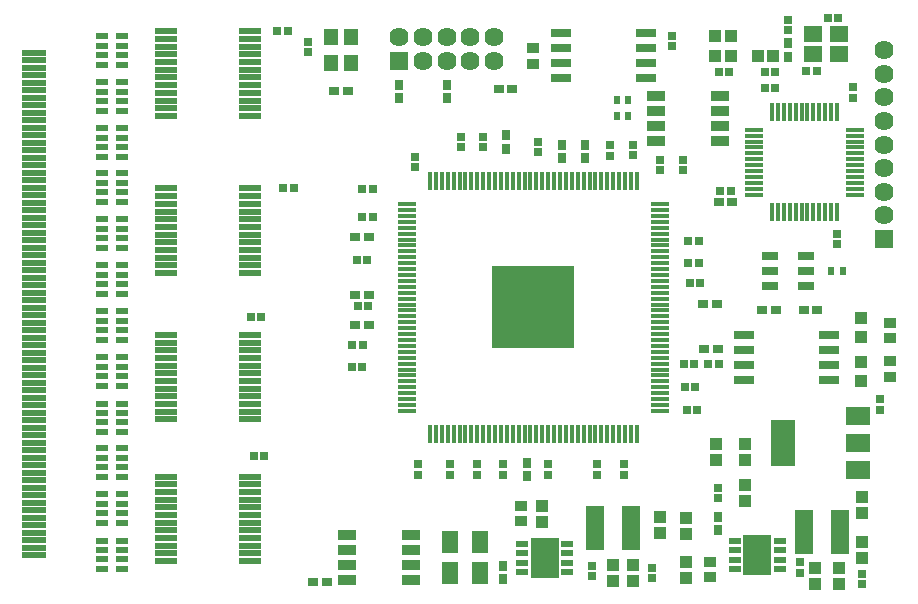
<source format=gts>
G04*
G04 #@! TF.GenerationSoftware,Altium Limited,Altium Designer,24.4.1 (13)*
G04*
G04 Layer_Color=8388736*
%FSLAX44Y44*%
%MOMM*%
G71*
G04*
G04 #@! TF.SameCoordinates,5027E0DA-7AC5-4DA1-8C9F-505C02323C3A*
G04*
G04*
G04 #@! TF.FilePolarity,Negative*
G04*
G01*
G75*
%ADD43R,0.7600X0.7200*%
%ADD44R,0.7200X0.7600*%
%ADD45R,1.1200X1.0200*%
%ADD46R,0.6200X0.7200*%
%ADD47R,1.4500X0.6500*%
%ADD48R,0.4200X1.5950*%
%ADD49R,1.5950X0.4200*%
%ADD50R,1.6450X0.8200*%
%ADD51R,1.0700X1.0200*%
%ADD52R,1.7700X0.7700*%
%ADD53R,0.8700X0.7200*%
%ADD54R,1.0700X0.9700*%
%ADD55R,1.0200X1.1200*%
%ADD56R,1.2200X1.4200*%
%ADD57R,6.9700X6.9700*%
%ADD58R,0.4000X1.5750*%
%ADD59R,1.5750X0.4000*%
%ADD60R,2.1200X1.6200*%
%ADD61R,2.1200X3.9200*%
%ADD62R,0.7200X0.8700*%
%ADD63R,1.6200X3.7200*%
%ADD64R,1.0700X0.4700*%
%ADD65R,2.4200X3.3500*%
%ADD66R,1.3500X1.9200*%
%ADD67R,1.0200X0.5700*%
%ADD68R,1.9200X0.5700*%
%ADD69R,2.1200X0.5000*%
%ADD70R,1.5200X1.3200*%
%ADD71C,1.6200*%
%ADD72R,1.6200X1.6200*%
D43*
X906000Y653400D02*
D03*
Y644600D02*
D03*
X762500Y583100D02*
D03*
Y591900D02*
D03*
X445000Y683100D02*
D03*
Y691900D02*
D03*
X639000Y598600D02*
D03*
Y607400D02*
D03*
X720000Y605000D02*
D03*
Y596200D02*
D03*
X742500Y583100D02*
D03*
Y591900D02*
D03*
X700000Y595600D02*
D03*
Y604400D02*
D03*
X929000Y389400D02*
D03*
Y380600D02*
D03*
X914000Y241400D02*
D03*
Y232600D02*
D03*
X861000Y242600D02*
D03*
Y251400D02*
D03*
X685000Y239600D02*
D03*
Y248400D02*
D03*
X736000Y246400D02*
D03*
Y237600D02*
D03*
X574000Y611400D02*
D03*
Y602600D02*
D03*
X712000Y334400D02*
D03*
Y325600D02*
D03*
X565000Y334400D02*
D03*
Y325600D02*
D03*
X535000Y594400D02*
D03*
Y585600D02*
D03*
X537500Y334400D02*
D03*
Y325600D02*
D03*
X647500Y334400D02*
D03*
Y325600D02*
D03*
X587500Y334400D02*
D03*
Y325600D02*
D03*
X593000Y602600D02*
D03*
Y611400D02*
D03*
X689000Y334400D02*
D03*
Y325600D02*
D03*
X610000Y334400D02*
D03*
Y325600D02*
D03*
X752500Y688100D02*
D03*
Y696900D02*
D03*
X792000Y314400D02*
D03*
Y305600D02*
D03*
X892500Y529400D02*
D03*
Y520600D02*
D03*
X851000Y701600D02*
D03*
Y710400D02*
D03*
D44*
X793600Y566000D02*
D03*
X802400D02*
D03*
X490600Y544000D02*
D03*
X499400D02*
D03*
X771400Y419000D02*
D03*
X762600D02*
D03*
X775400Y523000D02*
D03*
X766600D02*
D03*
X875400Y667000D02*
D03*
X866600D02*
D03*
X893400Y711750D02*
D03*
X884600D02*
D03*
X801400Y666000D02*
D03*
X792600D02*
D03*
X840400D02*
D03*
X831600D02*
D03*
X792400Y419000D02*
D03*
X783600D02*
D03*
X765600Y380000D02*
D03*
X774400D02*
D03*
X499400Y567500D02*
D03*
X490600D02*
D03*
X768100Y487500D02*
D03*
X776900D02*
D03*
X490400Y417000D02*
D03*
X481600D02*
D03*
X495400Y468000D02*
D03*
X486600D02*
D03*
X494900Y507000D02*
D03*
X486100D02*
D03*
X766600Y505000D02*
D03*
X775400D02*
D03*
X763600Y400000D02*
D03*
X772400D02*
D03*
X490900Y435000D02*
D03*
X482100D02*
D03*
X840400Y653000D02*
D03*
X831600D02*
D03*
X407400Y341000D02*
D03*
X398600D02*
D03*
X405000Y459000D02*
D03*
X396200D02*
D03*
X423600Y568000D02*
D03*
X432400D02*
D03*
X418600Y701000D02*
D03*
X427400D02*
D03*
D45*
X874000Y233250D02*
D03*
Y246750D02*
D03*
X894000D02*
D03*
Y233250D02*
D03*
X720000Y249250D02*
D03*
Y235750D02*
D03*
X702500Y249250D02*
D03*
Y235750D02*
D03*
X642500Y299250D02*
D03*
Y285750D02*
D03*
X790000Y338250D02*
D03*
Y351750D02*
D03*
X765000Y238250D02*
D03*
Y251750D02*
D03*
Y288750D02*
D03*
Y275250D02*
D03*
X742500Y289250D02*
D03*
Y275750D02*
D03*
X815000Y338250D02*
D03*
Y351750D02*
D03*
X914000Y255250D02*
D03*
Y268750D02*
D03*
Y306750D02*
D03*
Y293250D02*
D03*
X815000Y303250D02*
D03*
Y316750D02*
D03*
D46*
X897500Y497500D02*
D03*
X887500D02*
D03*
X706000Y643000D02*
D03*
X716000D02*
D03*
X706000Y629000D02*
D03*
X716000D02*
D03*
D47*
X835750Y485300D02*
D03*
Y498000D02*
D03*
Y510700D02*
D03*
X866250D02*
D03*
Y498000D02*
D03*
Y485300D02*
D03*
D48*
X892500Y632380D02*
D03*
X887500D02*
D03*
X882500D02*
D03*
X877500D02*
D03*
X872500D02*
D03*
X867500D02*
D03*
X862500D02*
D03*
X857500D02*
D03*
X852500D02*
D03*
X847500D02*
D03*
X842500D02*
D03*
X837500D02*
D03*
Y547620D02*
D03*
X842500D02*
D03*
X847500D02*
D03*
X852500D02*
D03*
X857500D02*
D03*
X862500D02*
D03*
X867500D02*
D03*
X872500D02*
D03*
X877500D02*
D03*
X882500D02*
D03*
X887500D02*
D03*
X892500D02*
D03*
D49*
X822620Y617500D02*
D03*
Y612500D02*
D03*
Y607500D02*
D03*
Y602500D02*
D03*
Y597500D02*
D03*
Y592500D02*
D03*
Y587500D02*
D03*
Y582500D02*
D03*
Y577500D02*
D03*
Y572500D02*
D03*
Y567500D02*
D03*
Y562500D02*
D03*
X907380D02*
D03*
Y567500D02*
D03*
Y572500D02*
D03*
Y577500D02*
D03*
Y582500D02*
D03*
Y587500D02*
D03*
Y592500D02*
D03*
Y597500D02*
D03*
Y602500D02*
D03*
Y607500D02*
D03*
Y612500D02*
D03*
Y617500D02*
D03*
D50*
X793120Y607950D02*
D03*
Y620650D02*
D03*
Y633350D02*
D03*
Y646050D02*
D03*
X738880D02*
D03*
Y633350D02*
D03*
Y620650D02*
D03*
Y607950D02*
D03*
X477880Y274050D02*
D03*
Y261350D02*
D03*
Y248650D02*
D03*
Y235950D02*
D03*
X532120D02*
D03*
Y248650D02*
D03*
Y261350D02*
D03*
Y274050D02*
D03*
D51*
X912500Y404500D02*
D03*
Y420500D02*
D03*
Y442000D02*
D03*
Y458000D02*
D03*
D52*
X814000Y444050D02*
D03*
Y431350D02*
D03*
Y418650D02*
D03*
Y405950D02*
D03*
X886000D02*
D03*
Y418650D02*
D03*
Y431350D02*
D03*
Y444050D02*
D03*
X659000Y660950D02*
D03*
Y673650D02*
D03*
Y686350D02*
D03*
Y699050D02*
D03*
X731000D02*
D03*
Y686350D02*
D03*
Y673650D02*
D03*
Y660950D02*
D03*
D53*
X790750Y470000D02*
D03*
X779250D02*
D03*
X606250Y652000D02*
D03*
X617750D02*
D03*
X478250Y650000D02*
D03*
X466750D02*
D03*
X780250Y432000D02*
D03*
X791750D02*
D03*
X829250Y465000D02*
D03*
X840750D02*
D03*
X875750D02*
D03*
X864250D02*
D03*
X460750Y235000D02*
D03*
X449250D02*
D03*
X803750Y556000D02*
D03*
X792250D02*
D03*
X484750Y478000D02*
D03*
X496250D02*
D03*
X484750Y452000D02*
D03*
X496250D02*
D03*
Y527000D02*
D03*
X484750D02*
D03*
D54*
X937500Y441000D02*
D03*
Y454000D02*
D03*
X785000Y251500D02*
D03*
Y238500D02*
D03*
X625000Y299000D02*
D03*
Y286000D02*
D03*
X937500Y421500D02*
D03*
Y408500D02*
D03*
X635000Y673500D02*
D03*
Y686500D02*
D03*
D55*
X802750Y680000D02*
D03*
X789250D02*
D03*
X825250D02*
D03*
X838750D02*
D03*
X789250Y697000D02*
D03*
X802750D02*
D03*
D56*
X464000Y696000D02*
D03*
X481000D02*
D03*
X464000Y674000D02*
D03*
X481000D02*
D03*
D57*
X635500Y467000D02*
D03*
D58*
X723000Y574380D02*
D03*
X718000D02*
D03*
X713000D02*
D03*
X708000D02*
D03*
X703000D02*
D03*
X698000D02*
D03*
X693000D02*
D03*
X683000D02*
D03*
X678000D02*
D03*
X673000D02*
D03*
X653000D02*
D03*
X648000D02*
D03*
X643000D02*
D03*
X688000D02*
D03*
X633000D02*
D03*
X638000D02*
D03*
X623000D02*
D03*
X628000D02*
D03*
X618000D02*
D03*
X613000D02*
D03*
X608000D02*
D03*
X668000D02*
D03*
X663000D02*
D03*
X658000D02*
D03*
X603000D02*
D03*
X598000D02*
D03*
X593000D02*
D03*
X588000D02*
D03*
X583000D02*
D03*
X578000D02*
D03*
X573000D02*
D03*
X568000D02*
D03*
X563000D02*
D03*
X558000D02*
D03*
X553000D02*
D03*
X548000D02*
D03*
X723000Y359620D02*
D03*
X718000D02*
D03*
X713000D02*
D03*
X708000D02*
D03*
X703000D02*
D03*
X698000D02*
D03*
X693000D02*
D03*
X688000D02*
D03*
X683000D02*
D03*
X678000D02*
D03*
X673000D02*
D03*
X668000D02*
D03*
X663000D02*
D03*
X658000D02*
D03*
X653000D02*
D03*
X648000D02*
D03*
X638000D02*
D03*
X643000D02*
D03*
X633000D02*
D03*
X628000D02*
D03*
X623000D02*
D03*
X618000D02*
D03*
X613000D02*
D03*
X608000D02*
D03*
X603000D02*
D03*
X598000D02*
D03*
X593000D02*
D03*
X588000D02*
D03*
X583000D02*
D03*
X578000D02*
D03*
X573000D02*
D03*
X568000D02*
D03*
X563000D02*
D03*
X558000D02*
D03*
X553000D02*
D03*
X548000D02*
D03*
D59*
X528120Y379500D02*
D03*
Y384500D02*
D03*
Y389500D02*
D03*
Y394500D02*
D03*
Y399500D02*
D03*
Y404500D02*
D03*
Y409500D02*
D03*
Y414500D02*
D03*
Y419500D02*
D03*
Y424500D02*
D03*
Y429500D02*
D03*
Y434500D02*
D03*
Y439500D02*
D03*
Y444500D02*
D03*
Y449500D02*
D03*
Y454500D02*
D03*
Y459500D02*
D03*
Y464500D02*
D03*
Y469500D02*
D03*
Y474500D02*
D03*
Y479500D02*
D03*
Y484500D02*
D03*
Y489500D02*
D03*
Y494500D02*
D03*
Y499500D02*
D03*
Y504500D02*
D03*
Y509500D02*
D03*
Y514500D02*
D03*
Y519500D02*
D03*
Y524500D02*
D03*
Y529500D02*
D03*
Y534500D02*
D03*
Y539500D02*
D03*
Y544500D02*
D03*
Y549500D02*
D03*
Y554500D02*
D03*
X742880Y379500D02*
D03*
Y384500D02*
D03*
Y389500D02*
D03*
Y394500D02*
D03*
Y399500D02*
D03*
Y404500D02*
D03*
Y409500D02*
D03*
Y414500D02*
D03*
Y419500D02*
D03*
Y424500D02*
D03*
Y429500D02*
D03*
Y434500D02*
D03*
Y439500D02*
D03*
Y444500D02*
D03*
Y449500D02*
D03*
Y479500D02*
D03*
Y454500D02*
D03*
Y524500D02*
D03*
Y459500D02*
D03*
Y464500D02*
D03*
Y489500D02*
D03*
Y534500D02*
D03*
Y469500D02*
D03*
Y474500D02*
D03*
Y529500D02*
D03*
Y484500D02*
D03*
Y539500D02*
D03*
Y494500D02*
D03*
Y499500D02*
D03*
Y504500D02*
D03*
Y509500D02*
D03*
Y514500D02*
D03*
Y519500D02*
D03*
Y544500D02*
D03*
Y549500D02*
D03*
Y554500D02*
D03*
D60*
X910000Y329500D02*
D03*
Y352500D02*
D03*
Y375500D02*
D03*
D61*
X847000Y352500D02*
D03*
D62*
X792000Y278250D02*
D03*
Y289750D02*
D03*
X610000Y236750D02*
D03*
Y248250D02*
D03*
X851000Y679250D02*
D03*
Y690750D02*
D03*
X630000Y324250D02*
D03*
Y335750D02*
D03*
X612000Y612750D02*
D03*
Y601250D02*
D03*
X660000Y604750D02*
D03*
Y593250D02*
D03*
X562000Y655750D02*
D03*
Y644250D02*
D03*
X522000D02*
D03*
Y655750D02*
D03*
X679000Y604750D02*
D03*
Y593250D02*
D03*
D63*
X894750Y277250D02*
D03*
X864250D02*
D03*
X687250Y280000D02*
D03*
X717750D02*
D03*
D64*
X806000Y269500D02*
D03*
Y261500D02*
D03*
Y253500D02*
D03*
Y245500D02*
D03*
X844000D02*
D03*
Y253500D02*
D03*
Y261500D02*
D03*
Y269500D02*
D03*
X626000Y267000D02*
D03*
Y259000D02*
D03*
Y251000D02*
D03*
Y243000D02*
D03*
X664000D02*
D03*
Y251000D02*
D03*
Y259000D02*
D03*
Y267000D02*
D03*
D65*
X825000Y257500D02*
D03*
X645000Y255000D02*
D03*
D66*
X565000Y241900D02*
D03*
Y268100D02*
D03*
X590000Y241900D02*
D03*
Y268100D02*
D03*
D67*
X287200Y253700D02*
D03*
Y245700D02*
D03*
Y269700D02*
D03*
Y261700D02*
D03*
X270200D02*
D03*
Y269700D02*
D03*
Y245700D02*
D03*
Y253700D02*
D03*
Y292700D02*
D03*
Y284700D02*
D03*
Y308700D02*
D03*
Y300700D02*
D03*
X287200D02*
D03*
Y308700D02*
D03*
Y284700D02*
D03*
Y292700D02*
D03*
X270200Y331700D02*
D03*
Y323700D02*
D03*
Y347700D02*
D03*
Y339700D02*
D03*
X287200D02*
D03*
Y347700D02*
D03*
Y323700D02*
D03*
Y331700D02*
D03*
X270200Y369700D02*
D03*
Y361700D02*
D03*
Y385700D02*
D03*
Y377700D02*
D03*
X287200D02*
D03*
Y385700D02*
D03*
Y361700D02*
D03*
Y369700D02*
D03*
X270200Y408700D02*
D03*
Y400700D02*
D03*
Y424700D02*
D03*
Y416700D02*
D03*
X287200D02*
D03*
Y424700D02*
D03*
Y400700D02*
D03*
Y408700D02*
D03*
X270200Y447700D02*
D03*
Y439700D02*
D03*
Y463700D02*
D03*
Y455700D02*
D03*
X287200D02*
D03*
Y463700D02*
D03*
Y439700D02*
D03*
Y447700D02*
D03*
X270200Y486700D02*
D03*
Y478700D02*
D03*
Y502700D02*
D03*
Y494700D02*
D03*
X287200D02*
D03*
Y502700D02*
D03*
Y478700D02*
D03*
Y486700D02*
D03*
X270200Y525700D02*
D03*
Y517700D02*
D03*
Y541700D02*
D03*
Y533700D02*
D03*
X287200D02*
D03*
Y541700D02*
D03*
Y517700D02*
D03*
Y525700D02*
D03*
X270200Y564700D02*
D03*
Y556700D02*
D03*
Y580700D02*
D03*
Y572700D02*
D03*
X287200D02*
D03*
Y580700D02*
D03*
Y556700D02*
D03*
Y564700D02*
D03*
X270200Y602700D02*
D03*
Y594700D02*
D03*
Y618700D02*
D03*
Y610700D02*
D03*
X287200D02*
D03*
Y618700D02*
D03*
Y594700D02*
D03*
Y602700D02*
D03*
X270200Y641700D02*
D03*
Y633700D02*
D03*
Y657700D02*
D03*
Y649700D02*
D03*
X287200D02*
D03*
Y657700D02*
D03*
Y633700D02*
D03*
Y641700D02*
D03*
X270200Y680700D02*
D03*
Y672700D02*
D03*
Y696700D02*
D03*
Y688700D02*
D03*
X287200D02*
D03*
Y696700D02*
D03*
Y672700D02*
D03*
Y680700D02*
D03*
D68*
X324500Y443750D02*
D03*
Y437250D02*
D03*
Y430750D02*
D03*
Y424250D02*
D03*
Y417750D02*
D03*
Y411250D02*
D03*
Y404750D02*
D03*
Y398250D02*
D03*
Y391750D02*
D03*
Y385250D02*
D03*
Y378750D02*
D03*
Y372250D02*
D03*
X395500D02*
D03*
Y378750D02*
D03*
Y385250D02*
D03*
Y391750D02*
D03*
Y398250D02*
D03*
Y404750D02*
D03*
Y411250D02*
D03*
Y417750D02*
D03*
Y424250D02*
D03*
Y430750D02*
D03*
Y437250D02*
D03*
Y443750D02*
D03*
Y567750D02*
D03*
Y561250D02*
D03*
Y554750D02*
D03*
Y548250D02*
D03*
Y541750D02*
D03*
Y535250D02*
D03*
Y528750D02*
D03*
Y522250D02*
D03*
Y515750D02*
D03*
Y509250D02*
D03*
Y502750D02*
D03*
Y496250D02*
D03*
X324500D02*
D03*
Y502750D02*
D03*
Y509250D02*
D03*
Y515750D02*
D03*
Y522250D02*
D03*
Y528750D02*
D03*
Y535250D02*
D03*
Y541750D02*
D03*
Y548250D02*
D03*
Y554750D02*
D03*
Y561250D02*
D03*
Y567750D02*
D03*
X395500Y700750D02*
D03*
Y694250D02*
D03*
Y687750D02*
D03*
Y681250D02*
D03*
Y674750D02*
D03*
Y668250D02*
D03*
Y661750D02*
D03*
Y655250D02*
D03*
Y648750D02*
D03*
Y642250D02*
D03*
Y635750D02*
D03*
Y629250D02*
D03*
X324500D02*
D03*
Y635750D02*
D03*
Y642250D02*
D03*
Y648750D02*
D03*
Y655250D02*
D03*
Y661750D02*
D03*
Y668250D02*
D03*
Y674750D02*
D03*
Y681250D02*
D03*
Y687750D02*
D03*
Y694250D02*
D03*
Y700750D02*
D03*
X395500Y323750D02*
D03*
Y317250D02*
D03*
Y310750D02*
D03*
Y304250D02*
D03*
Y297750D02*
D03*
Y291250D02*
D03*
Y284750D02*
D03*
Y278250D02*
D03*
Y271750D02*
D03*
Y265250D02*
D03*
Y258750D02*
D03*
Y252250D02*
D03*
X324500D02*
D03*
Y258750D02*
D03*
Y265250D02*
D03*
Y271750D02*
D03*
Y278250D02*
D03*
Y284750D02*
D03*
Y291250D02*
D03*
Y297750D02*
D03*
Y304250D02*
D03*
Y310750D02*
D03*
Y317250D02*
D03*
Y323750D02*
D03*
D69*
X213000Y644625D02*
D03*
Y638275D02*
D03*
Y631925D02*
D03*
Y625575D02*
D03*
Y682725D02*
D03*
Y670025D02*
D03*
Y657325D02*
D03*
Y619225D02*
D03*
Y606525D02*
D03*
Y593825D02*
D03*
Y581125D02*
D03*
Y568425D02*
D03*
Y555725D02*
D03*
Y543025D02*
D03*
Y530325D02*
D03*
Y517625D02*
D03*
Y504925D02*
D03*
Y492225D02*
D03*
Y479525D02*
D03*
Y466825D02*
D03*
Y454125D02*
D03*
Y441425D02*
D03*
Y428725D02*
D03*
Y416025D02*
D03*
Y403325D02*
D03*
Y390625D02*
D03*
Y377925D02*
D03*
Y365225D02*
D03*
Y352525D02*
D03*
Y339825D02*
D03*
Y327125D02*
D03*
Y314425D02*
D03*
Y301725D02*
D03*
Y289025D02*
D03*
Y276325D02*
D03*
Y263625D02*
D03*
Y676375D02*
D03*
Y663675D02*
D03*
Y650975D02*
D03*
Y612875D02*
D03*
Y600175D02*
D03*
Y587475D02*
D03*
Y574775D02*
D03*
Y562075D02*
D03*
Y549375D02*
D03*
Y536675D02*
D03*
Y523975D02*
D03*
Y511275D02*
D03*
Y498575D02*
D03*
Y485875D02*
D03*
Y473175D02*
D03*
Y460475D02*
D03*
Y447775D02*
D03*
Y435075D02*
D03*
Y422375D02*
D03*
Y409675D02*
D03*
Y396975D02*
D03*
Y384275D02*
D03*
Y371575D02*
D03*
Y358875D02*
D03*
Y346175D02*
D03*
Y333475D02*
D03*
Y320775D02*
D03*
Y308075D02*
D03*
Y295375D02*
D03*
Y282675D02*
D03*
Y269975D02*
D03*
Y257275D02*
D03*
D70*
X872000Y698500D02*
D03*
X894000D02*
D03*
Y681500D02*
D03*
X872000D02*
D03*
D71*
X932500Y585000D02*
D03*
Y605000D02*
D03*
Y625000D02*
D03*
Y545000D02*
D03*
Y565000D02*
D03*
Y645000D02*
D03*
Y665000D02*
D03*
Y685000D02*
D03*
X602000Y696000D02*
D03*
Y676000D02*
D03*
X582000Y696000D02*
D03*
Y676000D02*
D03*
X562000Y696000D02*
D03*
Y676000D02*
D03*
X542000Y696000D02*
D03*
Y676000D02*
D03*
X522000Y696000D02*
D03*
D72*
X932500Y525000D02*
D03*
X522000Y676000D02*
D03*
M02*

</source>
